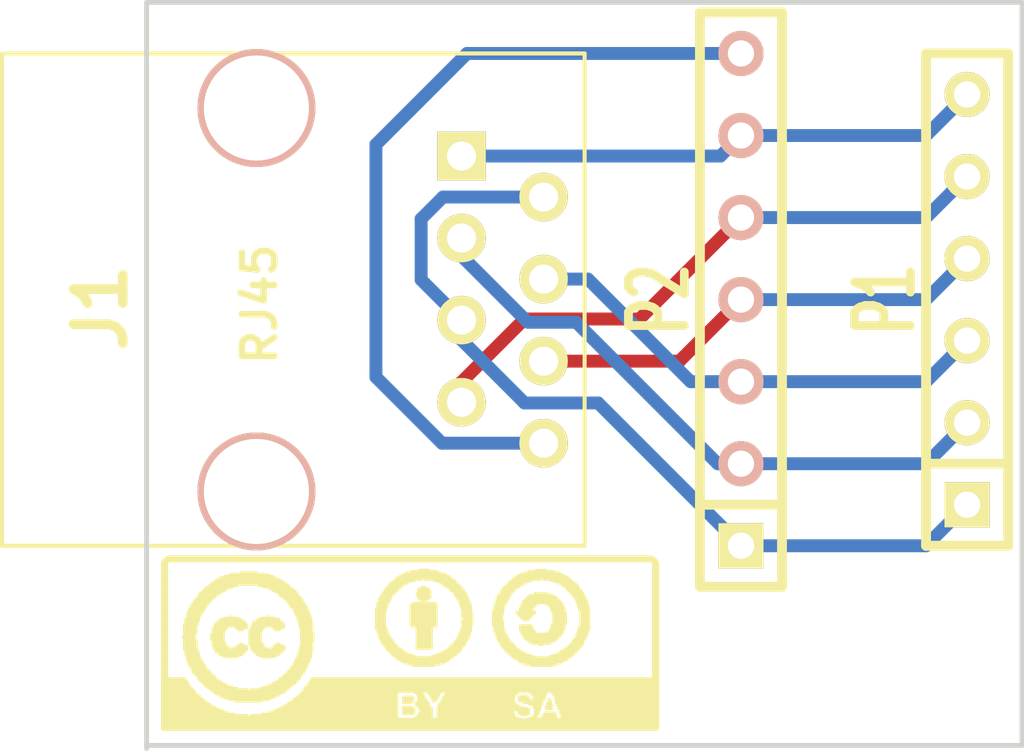
<source format=kicad_pcb>
(kicad_pcb (version 3) (host pcbnew "(2012-nov-02)-testing")
  (layers (15 F.Cu signal) (0 B.Cu signal) (18 B.Paste user) (19 F.Paste user) (20 B.SilkS user) (21 F.SilkS user) (22 B.Mask user) (23 F.Mask user) (28 Edge.Cuts user))
  (net 0 "")
  (net 1 N-000001)
  (net 2 N-000002)
  (net 3 N-000003)
  (net 4 N-000004)
  (net 5 N-000005)
  (net 6 N-000007)
  (net 7 N-000008)
  (module RJ45_8 (layer F.Cu) (at 93 83 270)
    (fp_text reference J1 (at 0.254 4.826 270) (layer F.SilkS) (effects (font (size 1.524 1.524) (thickness 0.3048))))
    (fp_text value RJ45 (at 0.14224 -0.1016 270) (layer F.SilkS) (effects (font (size 1.00076 1.00076) (thickness 0.2032))))
    (pad Hole np_thru_hole circle (at 5.93852 0 270) (size 3.64998 3.64998) (drill 3.2512) (layers *.Cu *.SilkS *.Mask))
    (pad Hole np_thru_hole circle (at -5.9309 0 270) (size 3.64998 3.64998) (drill 3.2512) (layers *.Cu *.SilkS *.Mask))
    (pad 1 thru_hole rect (at -4.445 -6.35 270) (size 1.50114 1.50114) (drill 0.89916) (layers *.Cu *.Mask F.SilkS) (net 4 N-000004))
    (pad 2 thru_hole circle (at -3.175 -8.89 270) (size 1.50114 1.50114) (drill 0.89916) (layers *.Cu *.Mask F.SilkS) (net 6 N-000007))
    (pad 3 thru_hole circle (at -1.905 -6.35 270) (size 1.50114 1.50114) (drill 0.89916) (layers *.Cu *.Mask F.SilkS) (net 7 N-000008))
    (pad 4 thru_hole circle (at -0.635 -8.89 270) (size 1.50114 1.50114) (drill 0.89916) (layers *.Cu *.Mask F.SilkS) (net 3 N-000003))
    (pad 5 thru_hole circle (at 0.635 -6.35 270) (size 1.50114 1.50114) (drill 0.89916) (layers *.Cu *.Mask F.SilkS) (net 6 N-000007))
    (pad 6 thru_hole circle (at 1.905 -8.89 270) (size 1.50114 1.50114) (drill 0.89916) (layers *.Cu *.Mask F.SilkS) (net 1 N-000001))
    (pad 7 thru_hole circle (at 3.175 -6.35 270) (size 1.50114 1.50114) (drill 0.89916) (layers *.Cu *.Mask F.SilkS) (net 2 N-000002))
    (pad 8 thru_hole circle (at 4.445 -8.89 270) (size 1.50114 1.50114) (drill 0.89916) (layers *.Cu *.Mask F.SilkS) (net 5 N-000005))
  )
  (module SIL-7 (layer F.Cu) (at 108 83 90)
    (fp_text reference P2 (at 0 -2.54 90) (layer F.SilkS) (effects (font (size 1.72974 1.08712) (thickness 0.3048))))
    (fp_text value CONN_6 hide)
    (pad 1 thru_hole rect (at -7.62 0 90) (size 1.397 1.397) (drill 0.8128) (layers *.Cu *.Mask F.SilkS) (net 6 N-000007))
    (pad 2 thru_hole circle (at -5.08 0 90) (size 1.397 1.397) (drill 0.8128) (layers *.Cu *.SilkS *.Mask) (net 7 N-000008))
    (pad 3 thru_hole circle (at -2.54 0 90) (size 1.397 1.397) (drill 0.8128) (layers *.Cu *.SilkS *.Mask) (net 3 N-000003))
    (pad 4 thru_hole circle (at 0 0 90) (size 1.397 1.397) (drill 0.8128) (layers *.Cu *.SilkS *.Mask) (net 1 N-000001))
    (pad 5 thru_hole circle (at 2.54 0 90) (size 1.397 1.397) (drill 0.8128) (layers *.Cu *.SilkS *.Mask) (net 2 N-000002))
    (pad 6 thru_hole circle (at 5.08 0 90) (size 1.397 1.397) (drill 0.8128) (layers *.Cu *.SilkS *.Mask) (net 4 N-000004))
    (pad 7 thru_hole circle (at 7.62 0 90) (size 1.397 1.397) (drill 0.8128) (layers *.Cu *.SilkS *.Mask) (net 5 N-000005))
  )
  (module SIL-6 (layer F.Cu) (at 115 83 90)
    (fp_text reference P1 (at 0 -2.54 90) (layer F.SilkS) (effects (font (size 1.72974 1.08712) (thickness 0.3048))))
    (fp_text value CONN_6 hide)
    (pad 1 thru_hole rect (at -6.35 0 90) (size 1.397 1.397) (drill 0.8128) (layers *.Cu *.Mask F.SilkS) (net 6 N-000007))
    (pad 2 thru_hole circle (at -3.81 0 90) (size 1.397 1.397) (drill 0.8128) (layers *.Cu *.Mask F.SilkS) (net 7 N-000008))
    (pad 3 thru_hole circle (at -1.27 0 90) (size 1.397 1.397) (drill 0.8128) (layers *.Cu *.Mask F.SilkS) (net 3 N-000003))
    (pad 4 thru_hole circle (at 1.27 0 90) (size 1.397 1.397) (drill 0.8128) (layers *.Cu *.Mask F.SilkS) (net 1 N-000001))
    (pad 5 thru_hole circle (at 3.81 0 90) (size 1.397 1.397) (drill 0.8128) (layers *.Cu *.Mask F.SilkS) (net 2 N-000002))
    (pad 6 thru_hole circle (at 6.35 0 90) (size 1.397 1.397) (drill 0.8128) (layers *.Cu *.Mask F.SilkS) (net 4 N-000004))
  )
  (module dp_devices-CC-BY-SA (layer F.Cu) (at 90.1 96.3)
    (fp_text reference "" (at 0 0) (layer F.SilkS) (effects (font (size 0.0004 0.0004) (thickness 0.00012))))
    (fp_text value "" (at 0 0) (layer F.SilkS) (effects (font (size 0.0004 0.0004) (thickness 0.00012))))
  )
  (gr_line (start 116.7 96.8) (end 89.6 96.8) (angle 90) (layer Edge.Cuts) (width 0.15))
  (gr_line (start 116.7 96.4) (end 116.7 96.8) (angle 90) (layer Edge.Cuts) (width 0.15))
  (gr_line (start 116.7 73.8) (end 116.7 96.4) (angle 90) (layer Edge.Cuts) (width 0.15))
  (gr_line (start 89.6 73.8) (end 116.7 73.8) (angle 90) (layer Edge.Cuts) (width 0.15))
  (gr_line (start 89.6 96.9) (end 89.6 73.8) (angle 90) (layer Edge.Cuts) (width 0.15))
  (segment (start 108 83) (end 113.73 83) (width 0.4) (layer B.Cu) (net 1))
  (segment (start 113.73 83) (end 115 81.73) (width 0.4) (layer B.Cu) (net 1))
  (segment (start 101.89 84.905) (end 106.095 84.905) (width 0.4) (layer F.Cu) (net 1))
  (segment (start 106.095 84.905) (end 108 83) (width 0.4) (layer F.Cu) (net 1))
  (segment (start 108 80.46) (end 113.73 80.46) (width 0.4) (layer B.Cu) (net 2))
  (segment (start 113.73 80.46) (end 115 79.19) (width 0.4) (layer B.Cu) (net 2))
  (segment (start 99.35 86.175) (end 99.35 85.55) (width 0.4) (layer F.Cu) (net 2))
  (segment (start 104.86 83.6) (end 108 80.46) (width 0.4) (layer F.Cu) (net 2))
  (segment (start 101.3 83.6) (end 104.86 83.6) (width 0.4) (layer F.Cu) (net 2))
  (segment (start 99.35 85.55) (end 101.3 83.6) (width 0.4) (layer F.Cu) (net 2))
  (segment (start 108 85.54) (end 106.44 85.54) (width 0.4) (layer B.Cu) (net 3))
  (segment (start 103.265 82.365) (end 101.89 82.365) (width 0.4) (layer B.Cu) (net 3))
  (segment (start 106.44 85.54) (end 103.265 82.365) (width 0.4) (layer B.Cu) (net 3))
  (segment (start 108 85.54) (end 113.73 85.54) (width 0.4) (layer B.Cu) (net 3))
  (segment (start 113.73 85.54) (end 115 84.27) (width 0.4) (layer B.Cu) (net 3))
  (segment (start 108 77.92) (end 113.73 77.92) (width 0.4) (layer B.Cu) (net 4))
  (segment (start 113.73 77.92) (end 115 76.65) (width 0.4) (layer B.Cu) (net 4))
  (segment (start 99.35 78.555) (end 107.365 78.555) (width 0.4) (layer B.Cu) (net 4))
  (segment (start 107.365 78.555) (end 108 77.92) (width 0.4) (layer B.Cu) (net 4))
  (segment (start 101.89 87.445) (end 98.745 87.445) (width 0.4) (layer B.Cu) (net 5))
  (segment (start 99.52 75.38) (end 108 75.38) (width 0.4) (layer B.Cu) (net 5))
  (segment (start 96.7 78.2) (end 99.52 75.38) (width 0.4) (layer B.Cu) (net 5))
  (segment (start 96.7 85.4) (end 96.7 78.2) (width 0.4) (layer B.Cu) (net 5))
  (segment (start 98.745 87.445) (end 96.7 85.4) (width 0.4) (layer B.Cu) (net 5))
  (segment (start 108 90.62) (end 113.73 90.62) (width 0.4) (layer B.Cu) (net 6))
  (segment (start 113.73 90.62) (end 115 89.35) (width 0.4) (layer B.Cu) (net 6))
  (segment (start 101.89 79.825) (end 98.775 79.825) (width 0.4) (layer B.Cu) (net 6))
  (segment (start 98.1 82.385) (end 99.35 83.635) (width 0.4) (layer B.Cu) (net 6))
  (segment (start 98.1 80.5) (end 98.1 82.385) (width 0.4) (layer B.Cu) (net 6))
  (segment (start 98.775 79.825) (end 98.1 80.5) (width 0.4) (layer B.Cu) (net 6))
  (segment (start 99.35 83.635) (end 99.35 84.25) (width 0.4) (layer B.Cu) (net 6))
  (segment (start 103.58 86.2) (end 108 90.62) (width 0.4) (layer B.Cu) (net 6))
  (segment (start 101.3 86.2) (end 103.58 86.2) (width 0.4) (layer B.Cu) (net 6))
  (segment (start 99.35 84.25) (end 101.3 86.2) (width 0.4) (layer B.Cu) (net 6))
  (segment (start 108 88.08) (end 113.73 88.08) (width 0.4) (layer B.Cu) (net 7))
  (segment (start 113.73 88.08) (end 115 86.81) (width 0.4) (layer B.Cu) (net 7))
  (segment (start 108 88.08) (end 107.28 88.08) (width 0.4) (layer B.Cu) (net 7))
  (segment (start 99.35 81.65) (end 99.35 81.095) (width 0.4) (layer B.Cu) (net 7))
  (segment (start 101.4 83.7) (end 99.35 81.65) (width 0.4) (layer B.Cu) (net 7))
  (segment (start 102.9 83.7) (end 101.4 83.7) (width 0.4) (layer B.Cu) (net 7))
  (segment (start 107.28 88.08) (end 102.9 83.7) (width 0.4) (layer B.Cu) (net 7))
)
</source>
